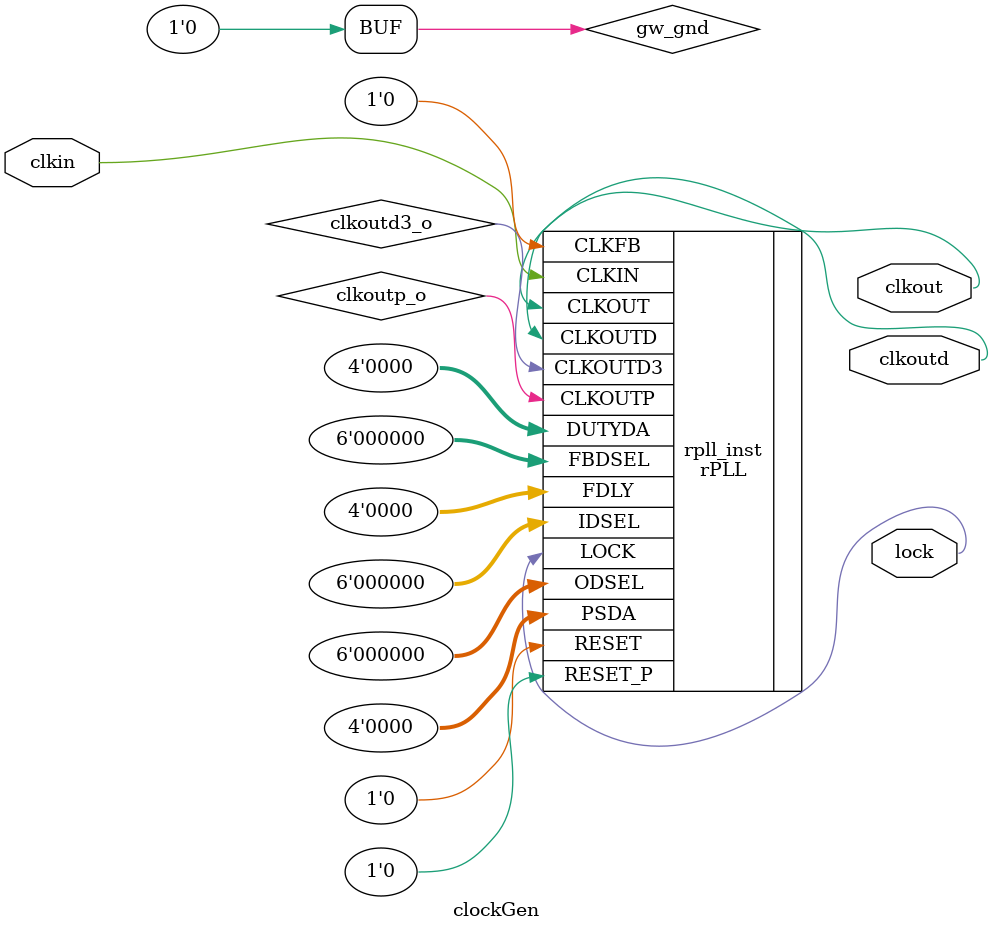
<source format=v>

module clockGen (clkout, lock, clkoutd, clkin);

output clkout;
output lock;
output clkoutd;
input clkin;

wire clkoutp_o;
wire clkoutd3_o;
wire gw_gnd;

assign gw_gnd = 1'b0;

rPLL rpll_inst (
    .CLKOUT(clkout),
    .LOCK(lock),
    .CLKOUTP(clkoutp_o),
    .CLKOUTD(clkoutd),
    .CLKOUTD3(clkoutd3_o),
    .RESET(gw_gnd),
    .RESET_P(gw_gnd),
    .CLKIN(clkin),
    .CLKFB(gw_gnd),
    .FBDSEL({gw_gnd,gw_gnd,gw_gnd,gw_gnd,gw_gnd,gw_gnd}),
    .IDSEL({gw_gnd,gw_gnd,gw_gnd,gw_gnd,gw_gnd,gw_gnd}),
    .ODSEL({gw_gnd,gw_gnd,gw_gnd,gw_gnd,gw_gnd,gw_gnd}),
    .PSDA({gw_gnd,gw_gnd,gw_gnd,gw_gnd}),
    .DUTYDA({gw_gnd,gw_gnd,gw_gnd,gw_gnd}),
    .FDLY({gw_gnd,gw_gnd,gw_gnd,gw_gnd})
);

defparam rpll_inst.FCLKIN = "27";
defparam rpll_inst.DYN_IDIV_SEL = "false";
defparam rpll_inst.IDIV_SEL = 2;
defparam rpll_inst.DYN_FBDIV_SEL = "false";
defparam rpll_inst.FBDIV_SEL = 27;
defparam rpll_inst.DYN_ODIV_SEL = "false";
defparam rpll_inst.ODIV_SEL = 2;
defparam rpll_inst.PSDA_SEL = "0000";
defparam rpll_inst.DYN_DA_EN = "true";
defparam rpll_inst.DUTYDA_SEL = "1000";
defparam rpll_inst.CLKOUT_FT_DIR = 1'b1;
defparam rpll_inst.CLKOUTP_FT_DIR = 1'b1;
defparam rpll_inst.CLKOUT_DLY_STEP = 0;
defparam rpll_inst.CLKOUTP_DLY_STEP = 0;
defparam rpll_inst.CLKFB_SEL = "internal";
defparam rpll_inst.CLKOUT_BYPASS = "false";
defparam rpll_inst.CLKOUTP_BYPASS = "false";
defparam rpll_inst.CLKOUTD_BYPASS = "false";
defparam rpll_inst.DYN_SDIV_SEL = 10;
defparam rpll_inst.CLKOUTD_SRC = "CLKOUT";
defparam rpll_inst.CLKOUTD3_SRC = "CLKOUT";
defparam rpll_inst.DEVICE = "GW1NZ-1";

endmodule //clockGen

</source>
